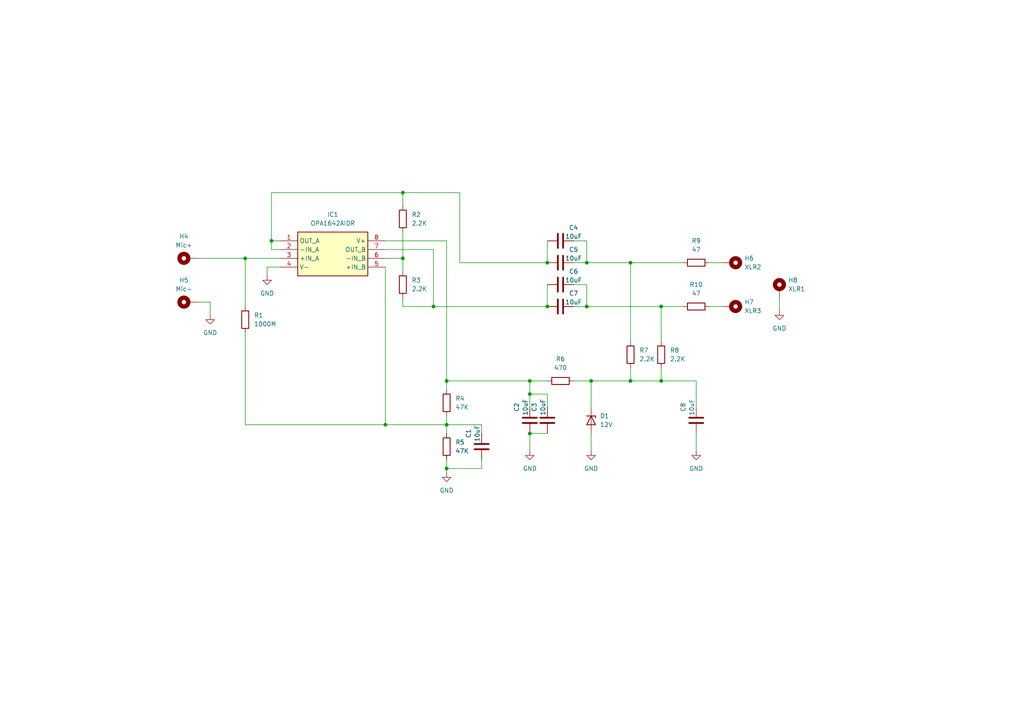
<source format=kicad_sch>
(kicad_sch
	(version 20231120)
	(generator "eeschema")
	(generator_version "8.0")
	(uuid "510e2801-2e2e-4d2c-b916-a4ab3be687f3")
	(paper "A4")
	(lib_symbols
		(symbol "Device:C"
			(pin_numbers hide)
			(pin_names
				(offset 0.254)
			)
			(exclude_from_sim no)
			(in_bom yes)
			(on_board yes)
			(property "Reference" "C"
				(at 0.635 2.54 0)
				(effects
					(font
						(size 1.27 1.27)
					)
					(justify left)
				)
			)
			(property "Value" "C"
				(at 0.635 -2.54 0)
				(effects
					(font
						(size 1.27 1.27)
					)
					(justify left)
				)
			)
			(property "Footprint" ""
				(at 0.9652 -3.81 0)
				(effects
					(font
						(size 1.27 1.27)
					)
					(hide yes)
				)
			)
			(property "Datasheet" "~"
				(at 0 0 0)
				(effects
					(font
						(size 1.27 1.27)
					)
					(hide yes)
				)
			)
			(property "Description" "Unpolarized capacitor"
				(at 0 0 0)
				(effects
					(font
						(size 1.27 1.27)
					)
					(hide yes)
				)
			)
			(property "ki_keywords" "cap capacitor"
				(at 0 0 0)
				(effects
					(font
						(size 1.27 1.27)
					)
					(hide yes)
				)
			)
			(property "ki_fp_filters" "C_*"
				(at 0 0 0)
				(effects
					(font
						(size 1.27 1.27)
					)
					(hide yes)
				)
			)
			(symbol "C_0_1"
				(polyline
					(pts
						(xy -2.032 -0.762) (xy 2.032 -0.762)
					)
					(stroke
						(width 0.508)
						(type default)
					)
					(fill
						(type none)
					)
				)
				(polyline
					(pts
						(xy -2.032 0.762) (xy 2.032 0.762)
					)
					(stroke
						(width 0.508)
						(type default)
					)
					(fill
						(type none)
					)
				)
			)
			(symbol "C_1_1"
				(pin passive line
					(at 0 3.81 270)
					(length 2.794)
					(name "~"
						(effects
							(font
								(size 1.27 1.27)
							)
						)
					)
					(number "1"
						(effects
							(font
								(size 1.27 1.27)
							)
						)
					)
				)
				(pin passive line
					(at 0 -3.81 90)
					(length 2.794)
					(name "~"
						(effects
							(font
								(size 1.27 1.27)
							)
						)
					)
					(number "2"
						(effects
							(font
								(size 1.27 1.27)
							)
						)
					)
				)
			)
		)
		(symbol "Device:D_Zener"
			(pin_numbers hide)
			(pin_names
				(offset 1.016) hide)
			(exclude_from_sim no)
			(in_bom yes)
			(on_board yes)
			(property "Reference" "D"
				(at 0 2.54 0)
				(effects
					(font
						(size 1.27 1.27)
					)
				)
			)
			(property "Value" "D_Zener"
				(at 0 -2.54 0)
				(effects
					(font
						(size 1.27 1.27)
					)
				)
			)
			(property "Footprint" ""
				(at 0 0 0)
				(effects
					(font
						(size 1.27 1.27)
					)
					(hide yes)
				)
			)
			(property "Datasheet" "~"
				(at 0 0 0)
				(effects
					(font
						(size 1.27 1.27)
					)
					(hide yes)
				)
			)
			(property "Description" "Zener diode"
				(at 0 0 0)
				(effects
					(font
						(size 1.27 1.27)
					)
					(hide yes)
				)
			)
			(property "ki_keywords" "diode"
				(at 0 0 0)
				(effects
					(font
						(size 1.27 1.27)
					)
					(hide yes)
				)
			)
			(property "ki_fp_filters" "TO-???* *_Diode_* *SingleDiode* D_*"
				(at 0 0 0)
				(effects
					(font
						(size 1.27 1.27)
					)
					(hide yes)
				)
			)
			(symbol "D_Zener_0_1"
				(polyline
					(pts
						(xy 1.27 0) (xy -1.27 0)
					)
					(stroke
						(width 0)
						(type default)
					)
					(fill
						(type none)
					)
				)
				(polyline
					(pts
						(xy -1.27 -1.27) (xy -1.27 1.27) (xy -0.762 1.27)
					)
					(stroke
						(width 0.254)
						(type default)
					)
					(fill
						(type none)
					)
				)
				(polyline
					(pts
						(xy 1.27 -1.27) (xy 1.27 1.27) (xy -1.27 0) (xy 1.27 -1.27)
					)
					(stroke
						(width 0.254)
						(type default)
					)
					(fill
						(type none)
					)
				)
			)
			(symbol "D_Zener_1_1"
				(pin passive line
					(at -3.81 0 0)
					(length 2.54)
					(name "K"
						(effects
							(font
								(size 1.27 1.27)
							)
						)
					)
					(number "1"
						(effects
							(font
								(size 1.27 1.27)
							)
						)
					)
				)
				(pin passive line
					(at 3.81 0 180)
					(length 2.54)
					(name "A"
						(effects
							(font
								(size 1.27 1.27)
							)
						)
					)
					(number "2"
						(effects
							(font
								(size 1.27 1.27)
							)
						)
					)
				)
			)
		)
		(symbol "Device:R"
			(pin_numbers hide)
			(pin_names
				(offset 0)
			)
			(exclude_from_sim no)
			(in_bom yes)
			(on_board yes)
			(property "Reference" "R"
				(at 2.032 0 90)
				(effects
					(font
						(size 1.27 1.27)
					)
				)
			)
			(property "Value" "R"
				(at 0 0 90)
				(effects
					(font
						(size 1.27 1.27)
					)
				)
			)
			(property "Footprint" ""
				(at -1.778 0 90)
				(effects
					(font
						(size 1.27 1.27)
					)
					(hide yes)
				)
			)
			(property "Datasheet" "~"
				(at 0 0 0)
				(effects
					(font
						(size 1.27 1.27)
					)
					(hide yes)
				)
			)
			(property "Description" "Resistor"
				(at 0 0 0)
				(effects
					(font
						(size 1.27 1.27)
					)
					(hide yes)
				)
			)
			(property "ki_keywords" "R res resistor"
				(at 0 0 0)
				(effects
					(font
						(size 1.27 1.27)
					)
					(hide yes)
				)
			)
			(property "ki_fp_filters" "R_*"
				(at 0 0 0)
				(effects
					(font
						(size 1.27 1.27)
					)
					(hide yes)
				)
			)
			(symbol "R_0_1"
				(rectangle
					(start -1.016 -2.54)
					(end 1.016 2.54)
					(stroke
						(width 0.254)
						(type default)
					)
					(fill
						(type none)
					)
				)
			)
			(symbol "R_1_1"
				(pin passive line
					(at 0 3.81 270)
					(length 1.27)
					(name "~"
						(effects
							(font
								(size 1.27 1.27)
							)
						)
					)
					(number "1"
						(effects
							(font
								(size 1.27 1.27)
							)
						)
					)
				)
				(pin passive line
					(at 0 -3.81 90)
					(length 1.27)
					(name "~"
						(effects
							(font
								(size 1.27 1.27)
							)
						)
					)
					(number "2"
						(effects
							(font
								(size 1.27 1.27)
							)
						)
					)
				)
			)
		)
		(symbol "Mechanical:MountingHole_Pad"
			(pin_numbers hide)
			(pin_names
				(offset 1.016) hide)
			(exclude_from_sim yes)
			(in_bom no)
			(on_board yes)
			(property "Reference" "H"
				(at 0 6.35 0)
				(effects
					(font
						(size 1.27 1.27)
					)
				)
			)
			(property "Value" "MountingHole_Pad"
				(at 0 4.445 0)
				(effects
					(font
						(size 1.27 1.27)
					)
				)
			)
			(property "Footprint" ""
				(at 0 0 0)
				(effects
					(font
						(size 1.27 1.27)
					)
					(hide yes)
				)
			)
			(property "Datasheet" "~"
				(at 0 0 0)
				(effects
					(font
						(size 1.27 1.27)
					)
					(hide yes)
				)
			)
			(property "Description" "Mounting Hole with connection"
				(at 0 0 0)
				(effects
					(font
						(size 1.27 1.27)
					)
					(hide yes)
				)
			)
			(property "ki_keywords" "mounting hole"
				(at 0 0 0)
				(effects
					(font
						(size 1.27 1.27)
					)
					(hide yes)
				)
			)
			(property "ki_fp_filters" "MountingHole*Pad*"
				(at 0 0 0)
				(effects
					(font
						(size 1.27 1.27)
					)
					(hide yes)
				)
			)
			(symbol "MountingHole_Pad_0_1"
				(circle
					(center 0 1.27)
					(radius 1.27)
					(stroke
						(width 1.27)
						(type default)
					)
					(fill
						(type none)
					)
				)
			)
			(symbol "MountingHole_Pad_1_1"
				(pin input line
					(at 0 -2.54 90)
					(length 2.54)
					(name "1"
						(effects
							(font
								(size 1.27 1.27)
							)
						)
					)
					(number "1"
						(effects
							(font
								(size 1.27 1.27)
							)
						)
					)
				)
			)
		)
		(symbol "Project_Library:OPA1642AIDR"
			(exclude_from_sim no)
			(in_bom yes)
			(on_board yes)
			(property "Reference" "IC"
				(at 26.67 7.62 0)
				(effects
					(font
						(size 1.27 1.27)
					)
					(justify left top)
				)
			)
			(property "Value" "OPA1642AIDR"
				(at 26.67 5.08 0)
				(effects
					(font
						(size 1.27 1.27)
					)
					(justify left top)
				)
			)
			(property "Footprint" "SOIC127P600X175-8N"
				(at 26.67 -94.92 0)
				(effects
					(font
						(size 1.27 1.27)
					)
					(justify left top)
					(hide yes)
				)
			)
			(property "Datasheet" "http://www.ti.com/lit/ds/symlink/opa1642.pdf"
				(at 26.67 -194.92 0)
				(effects
					(font
						(size 1.27 1.27)
					)
					(justify left top)
					(hide yes)
				)
			)
			(property "Description" "Dual sound-plus high-performance, JFET-input audio op amps"
				(at 0 0 0)
				(effects
					(font
						(size 1.27 1.27)
					)
					(hide yes)
				)
			)
			(property "Height" "1.75"
				(at 26.67 -394.92 0)
				(effects
					(font
						(size 1.27 1.27)
					)
					(justify left top)
					(hide yes)
				)
			)
			(property "Mouser Part Number" "595-OPA1642AIDR"
				(at 26.67 -494.92 0)
				(effects
					(font
						(size 1.27 1.27)
					)
					(justify left top)
					(hide yes)
				)
			)
			(property "Mouser Price/Stock" "https://www.mouser.co.uk/ProductDetail/Texas-Instruments/OPA1642AIDR?qs=%2Fqzd9s%252BcLd5XsvkIemKm8g%3D%3D"
				(at 26.67 -594.92 0)
				(effects
					(font
						(size 1.27 1.27)
					)
					(justify left top)
					(hide yes)
				)
			)
			(property "Manufacturer_Name" "Texas Instruments"
				(at 26.67 -694.92 0)
				(effects
					(font
						(size 1.27 1.27)
					)
					(justify left top)
					(hide yes)
				)
			)
			(property "Manufacturer_Part_Number" "OPA1642AIDR"
				(at 26.67 -794.92 0)
				(effects
					(font
						(size 1.27 1.27)
					)
					(justify left top)
					(hide yes)
				)
			)
			(symbol "OPA1642AIDR_1_1"
				(rectangle
					(start 5.08 2.54)
					(end 25.4 -10.16)
					(stroke
						(width 0.254)
						(type default)
					)
					(fill
						(type background)
					)
				)
				(pin passive line
					(at 0 0 0)
					(length 5.08)
					(name "OUT_A"
						(effects
							(font
								(size 1.27 1.27)
							)
						)
					)
					(number "1"
						(effects
							(font
								(size 1.27 1.27)
							)
						)
					)
				)
				(pin passive line
					(at 0 -2.54 0)
					(length 5.08)
					(name "-IN_A"
						(effects
							(font
								(size 1.27 1.27)
							)
						)
					)
					(number "2"
						(effects
							(font
								(size 1.27 1.27)
							)
						)
					)
				)
				(pin passive line
					(at 0 -5.08 0)
					(length 5.08)
					(name "+IN_A"
						(effects
							(font
								(size 1.27 1.27)
							)
						)
					)
					(number "3"
						(effects
							(font
								(size 1.27 1.27)
							)
						)
					)
				)
				(pin passive line
					(at 0 -7.62 0)
					(length 5.08)
					(name "V-"
						(effects
							(font
								(size 1.27 1.27)
							)
						)
					)
					(number "4"
						(effects
							(font
								(size 1.27 1.27)
							)
						)
					)
				)
				(pin passive line
					(at 30.48 -7.62 180)
					(length 5.08)
					(name "+IN_B"
						(effects
							(font
								(size 1.27 1.27)
							)
						)
					)
					(number "5"
						(effects
							(font
								(size 1.27 1.27)
							)
						)
					)
				)
				(pin passive line
					(at 30.48 -5.08 180)
					(length 5.08)
					(name "-IN_B"
						(effects
							(font
								(size 1.27 1.27)
							)
						)
					)
					(number "6"
						(effects
							(font
								(size 1.27 1.27)
							)
						)
					)
				)
				(pin passive line
					(at 30.48 -2.54 180)
					(length 5.08)
					(name "OUT_B"
						(effects
							(font
								(size 1.27 1.27)
							)
						)
					)
					(number "7"
						(effects
							(font
								(size 1.27 1.27)
							)
						)
					)
				)
				(pin passive line
					(at 30.48 0 180)
					(length 5.08)
					(name "V+"
						(effects
							(font
								(size 1.27 1.27)
							)
						)
					)
					(number "8"
						(effects
							(font
								(size 1.27 1.27)
							)
						)
					)
				)
			)
		)
		(symbol "power:GND"
			(power)
			(pin_numbers hide)
			(pin_names
				(offset 0) hide)
			(exclude_from_sim no)
			(in_bom yes)
			(on_board yes)
			(property "Reference" "#PWR"
				(at 0 -6.35 0)
				(effects
					(font
						(size 1.27 1.27)
					)
					(hide yes)
				)
			)
			(property "Value" "GND"
				(at 0 -3.81 0)
				(effects
					(font
						(size 1.27 1.27)
					)
				)
			)
			(property "Footprint" ""
				(at 0 0 0)
				(effects
					(font
						(size 1.27 1.27)
					)
					(hide yes)
				)
			)
			(property "Datasheet" ""
				(at 0 0 0)
				(effects
					(font
						(size 1.27 1.27)
					)
					(hide yes)
				)
			)
			(property "Description" "Power symbol creates a global label with name \"GND\" , ground"
				(at 0 0 0)
				(effects
					(font
						(size 1.27 1.27)
					)
					(hide yes)
				)
			)
			(property "ki_keywords" "global power"
				(at 0 0 0)
				(effects
					(font
						(size 1.27 1.27)
					)
					(hide yes)
				)
			)
			(symbol "GND_0_1"
				(polyline
					(pts
						(xy 0 0) (xy 0 -1.27) (xy 1.27 -1.27) (xy 0 -2.54) (xy -1.27 -1.27) (xy 0 -1.27)
					)
					(stroke
						(width 0)
						(type default)
					)
					(fill
						(type none)
					)
				)
			)
			(symbol "GND_1_1"
				(pin power_in line
					(at 0 0 270)
					(length 0)
					(name "~"
						(effects
							(font
								(size 1.27 1.27)
							)
						)
					)
					(number "1"
						(effects
							(font
								(size 1.27 1.27)
							)
						)
					)
				)
			)
		)
	)
	(junction
		(at 153.67 114.3)
		(diameter 0)
		(color 0 0 0 0)
		(uuid "01781a3b-a068-440d-8229-8318cb82b427")
	)
	(junction
		(at 170.18 76.2)
		(diameter 0)
		(color 0 0 0 0)
		(uuid "01c1470e-e4ff-4981-a8a9-d6ad380127fd")
	)
	(junction
		(at 129.54 135.89)
		(diameter 0)
		(color 0 0 0 0)
		(uuid "10ac1951-2229-464f-96e4-cb3750e96c3e")
	)
	(junction
		(at 158.75 88.9)
		(diameter 0)
		(color 0 0 0 0)
		(uuid "28362e92-6feb-4d19-8cc9-06855033b3a9")
	)
	(junction
		(at 111.76 123.19)
		(diameter 0)
		(color 0 0 0 0)
		(uuid "3b3543f5-439f-47b4-8974-8bbe9121a144")
	)
	(junction
		(at 170.18 88.9)
		(diameter 0)
		(color 0 0 0 0)
		(uuid "481bc1eb-66fb-4a22-9c45-e612fbfc2586")
	)
	(junction
		(at 158.75 76.2)
		(diameter 0)
		(color 0 0 0 0)
		(uuid "5409fe26-c699-43ec-8d1a-59cae102e526")
	)
	(junction
		(at 129.54 123.19)
		(diameter 0)
		(color 0 0 0 0)
		(uuid "67dab393-51b6-4d8a-8434-ff5ec2db49ef")
	)
	(junction
		(at 125.73 88.9)
		(diameter 0)
		(color 0 0 0 0)
		(uuid "78dd3fa3-2830-4d6c-851a-b1206887b2a7")
	)
	(junction
		(at 129.54 110.49)
		(diameter 0)
		(color 0 0 0 0)
		(uuid "7ac8ec81-0513-404a-9495-7ea59a5d0d26")
	)
	(junction
		(at 153.67 110.49)
		(diameter 0)
		(color 0 0 0 0)
		(uuid "9cfeeca4-59f5-44aa-9fdf-6d8690765b5f")
	)
	(junction
		(at 78.74 69.85)
		(diameter 0)
		(color 0 0 0 0)
		(uuid "a3c82e04-65a7-4f67-b888-36325ceccc06")
	)
	(junction
		(at 171.45 110.49)
		(diameter 0)
		(color 0 0 0 0)
		(uuid "a594ae93-7bfb-42ad-a179-71aa5bc2c2aa")
	)
	(junction
		(at 182.88 76.2)
		(diameter 0)
		(color 0 0 0 0)
		(uuid "ac3e33d6-eab7-480e-a778-b77c2564a8e0")
	)
	(junction
		(at 153.67 125.73)
		(diameter 0)
		(color 0 0 0 0)
		(uuid "ac418865-afdf-4d78-92f0-47749dae64dc")
	)
	(junction
		(at 116.84 74.93)
		(diameter 0)
		(color 0 0 0 0)
		(uuid "d8e206c2-0274-47e9-bc17-97c8d1d7cc50")
	)
	(junction
		(at 116.84 55.88)
		(diameter 0)
		(color 0 0 0 0)
		(uuid "f1276315-65c7-4a7a-af2a-cbafd8559688")
	)
	(junction
		(at 191.77 110.49)
		(diameter 0)
		(color 0 0 0 0)
		(uuid "f21c5aeb-c8fa-41dd-9ea6-fb0395b8d9aa")
	)
	(junction
		(at 71.12 74.93)
		(diameter 0)
		(color 0 0 0 0)
		(uuid "f513564b-869f-425d-aee3-c0daa54f0e87")
	)
	(junction
		(at 182.88 110.49)
		(diameter 0)
		(color 0 0 0 0)
		(uuid "f7408112-9e3d-4625-bee7-14f02e2c0612")
	)
	(junction
		(at 191.77 88.9)
		(diameter 0)
		(color 0 0 0 0)
		(uuid "fd02f905-62f3-423c-90f1-176944cc3509")
	)
	(wire
		(pts
			(xy 226.06 86.36) (xy 226.06 90.17)
		)
		(stroke
			(width 0)
			(type default)
		)
		(uuid "02e8ae0f-4c74-4743-bc75-5811f130d48d")
	)
	(wire
		(pts
			(xy 166.37 88.9) (xy 170.18 88.9)
		)
		(stroke
			(width 0)
			(type default)
		)
		(uuid "07d203ff-cc52-41dc-8f9d-6f8a4bb1d227")
	)
	(wire
		(pts
			(xy 133.35 55.88) (xy 133.35 76.2)
		)
		(stroke
			(width 0)
			(type default)
		)
		(uuid "0b163774-2d0c-4c49-ae61-734d23f60a0d")
	)
	(wire
		(pts
			(xy 71.12 74.93) (xy 81.28 74.93)
		)
		(stroke
			(width 0)
			(type default)
		)
		(uuid "0f149ef5-2f8f-48a9-9c38-4f12b505e75f")
	)
	(wire
		(pts
			(xy 171.45 110.49) (xy 171.45 118.11)
		)
		(stroke
			(width 0)
			(type default)
		)
		(uuid "1151d9c9-287b-4b39-8bad-4cc81701239a")
	)
	(wire
		(pts
			(xy 170.18 82.55) (xy 170.18 88.9)
		)
		(stroke
			(width 0)
			(type default)
		)
		(uuid "115a6cd8-55a6-4d93-96cd-0b5f2e0e8a33")
	)
	(wire
		(pts
			(xy 129.54 110.49) (xy 153.67 110.49)
		)
		(stroke
			(width 0)
			(type default)
		)
		(uuid "127992e3-025c-4dd2-bc36-500dacf9f29e")
	)
	(wire
		(pts
			(xy 191.77 88.9) (xy 198.12 88.9)
		)
		(stroke
			(width 0)
			(type default)
		)
		(uuid "12f46c8b-b84e-4851-89f4-196bc5498854")
	)
	(wire
		(pts
			(xy 77.47 77.47) (xy 77.47 80.01)
		)
		(stroke
			(width 0)
			(type default)
		)
		(uuid "1b86e6e5-ab60-40c2-9f7d-9ff9ab4a2555")
	)
	(wire
		(pts
			(xy 81.28 72.39) (xy 78.74 72.39)
		)
		(stroke
			(width 0)
			(type default)
		)
		(uuid "1ede3de2-dc58-479f-be3b-4ef2401a3993")
	)
	(wire
		(pts
			(xy 57.15 87.63) (xy 60.96 87.63)
		)
		(stroke
			(width 0)
			(type default)
		)
		(uuid "26054a44-8419-4544-bd97-ecf9e3aae8d0")
	)
	(wire
		(pts
			(xy 205.74 76.2) (xy 209.55 76.2)
		)
		(stroke
			(width 0)
			(type default)
		)
		(uuid "2650aa85-4fd2-4923-9860-886c463fea77")
	)
	(wire
		(pts
			(xy 129.54 120.65) (xy 129.54 123.19)
		)
		(stroke
			(width 0)
			(type default)
		)
		(uuid "2f9c6f71-16d1-403b-9f24-95fef0f718ce")
	)
	(wire
		(pts
			(xy 166.37 69.85) (xy 170.18 69.85)
		)
		(stroke
			(width 0)
			(type default)
		)
		(uuid "350c550f-5ef8-4e58-86e8-b46e0865d1e8")
	)
	(wire
		(pts
			(xy 158.75 82.55) (xy 158.75 88.9)
		)
		(stroke
			(width 0)
			(type default)
		)
		(uuid "35b45b18-fa19-4477-9fbb-38c3dd6625eb")
	)
	(wire
		(pts
			(xy 158.75 69.85) (xy 158.75 76.2)
		)
		(stroke
			(width 0)
			(type default)
		)
		(uuid "38151a24-d8e4-46a9-8018-f30865bfdaf8")
	)
	(wire
		(pts
			(xy 129.54 113.03) (xy 129.54 110.49)
		)
		(stroke
			(width 0)
			(type default)
		)
		(uuid "3a3c2927-f1fc-4131-b5bd-28e13e3f44a8")
	)
	(wire
		(pts
			(xy 129.54 123.19) (xy 129.54 125.73)
		)
		(stroke
			(width 0)
			(type default)
		)
		(uuid "3ccf00d6-f07d-4638-b9d7-bbf99e74589e")
	)
	(wire
		(pts
			(xy 78.74 69.85) (xy 78.74 72.39)
		)
		(stroke
			(width 0)
			(type default)
		)
		(uuid "42ec40d3-743e-4af6-b6bd-98ec03c45d2c")
	)
	(wire
		(pts
			(xy 111.76 123.19) (xy 71.12 123.19)
		)
		(stroke
			(width 0)
			(type default)
		)
		(uuid "44979d8e-9b89-4913-a4ad-fa03fd9ad7db")
	)
	(wire
		(pts
			(xy 78.74 55.88) (xy 116.84 55.88)
		)
		(stroke
			(width 0)
			(type default)
		)
		(uuid "44d9b90b-c723-4267-ac3e-6467742ffbd3")
	)
	(wire
		(pts
			(xy 133.35 76.2) (xy 158.75 76.2)
		)
		(stroke
			(width 0)
			(type default)
		)
		(uuid "4d3972bd-22e3-49f0-8898-6ea43378f3d6")
	)
	(wire
		(pts
			(xy 116.84 86.36) (xy 116.84 88.9)
		)
		(stroke
			(width 0)
			(type default)
		)
		(uuid "4d770ae2-0744-4656-95e4-dd45f21d279f")
	)
	(wire
		(pts
			(xy 166.37 82.55) (xy 170.18 82.55)
		)
		(stroke
			(width 0)
			(type default)
		)
		(uuid "510a7d6c-238a-4a50-b94c-3cace6e1416f")
	)
	(wire
		(pts
			(xy 125.73 88.9) (xy 158.75 88.9)
		)
		(stroke
			(width 0)
			(type default)
		)
		(uuid "5a4980b4-0d82-4993-9326-05f7a3b06851")
	)
	(wire
		(pts
			(xy 205.74 88.9) (xy 209.55 88.9)
		)
		(stroke
			(width 0)
			(type default)
		)
		(uuid "5ea49ae9-0bc7-458f-8c7e-2c33a11c5a1c")
	)
	(wire
		(pts
			(xy 139.7 123.19) (xy 129.54 123.19)
		)
		(stroke
			(width 0)
			(type default)
		)
		(uuid "60321055-7375-4d4f-b13b-c6e9f97a4798")
	)
	(wire
		(pts
			(xy 170.18 88.9) (xy 191.77 88.9)
		)
		(stroke
			(width 0)
			(type default)
		)
		(uuid "635712f6-0d4f-4bb1-9cdc-0432ad7e0625")
	)
	(wire
		(pts
			(xy 78.74 69.85) (xy 78.74 55.88)
		)
		(stroke
			(width 0)
			(type default)
		)
		(uuid "63670aaf-fdfd-455c-86e2-0546ff763f43")
	)
	(wire
		(pts
			(xy 116.84 55.88) (xy 133.35 55.88)
		)
		(stroke
			(width 0)
			(type default)
		)
		(uuid "68509d44-c864-41c8-8d25-c700a367f099")
	)
	(wire
		(pts
			(xy 182.88 76.2) (xy 198.12 76.2)
		)
		(stroke
			(width 0)
			(type default)
		)
		(uuid "6b3c3f62-be77-404a-afe9-4a34fe6af213")
	)
	(wire
		(pts
			(xy 129.54 110.49) (xy 129.54 69.85)
		)
		(stroke
			(width 0)
			(type default)
		)
		(uuid "701cd188-4ff5-4214-ab78-a955cb643294")
	)
	(wire
		(pts
			(xy 111.76 77.47) (xy 111.76 123.19)
		)
		(stroke
			(width 0)
			(type default)
		)
		(uuid "735ff4fd-f1af-4c7e-b298-bd4c3f3f5e8b")
	)
	(wire
		(pts
			(xy 166.37 76.2) (xy 170.18 76.2)
		)
		(stroke
			(width 0)
			(type default)
		)
		(uuid "755c3260-c884-4955-8068-bcba0133bed8")
	)
	(wire
		(pts
			(xy 170.18 69.85) (xy 170.18 76.2)
		)
		(stroke
			(width 0)
			(type default)
		)
		(uuid "780857a6-cc0b-420b-b0d9-2f9585f8b61d")
	)
	(wire
		(pts
			(xy 153.67 110.49) (xy 153.67 114.3)
		)
		(stroke
			(width 0)
			(type default)
		)
		(uuid "7a88211e-1938-4319-afe9-45d75a7f62a2")
	)
	(wire
		(pts
			(xy 170.18 76.2) (xy 182.88 76.2)
		)
		(stroke
			(width 0)
			(type default)
		)
		(uuid "7b1bf078-3ca0-44f5-9b60-351ce6c27df2")
	)
	(wire
		(pts
			(xy 201.93 125.73) (xy 201.93 130.81)
		)
		(stroke
			(width 0)
			(type default)
		)
		(uuid "7bde4229-c73c-467e-95ee-3e8b63342aff")
	)
	(wire
		(pts
			(xy 129.54 135.89) (xy 129.54 137.16)
		)
		(stroke
			(width 0)
			(type default)
		)
		(uuid "7cf487c7-e12e-407d-8a32-cbce91cf7641")
	)
	(wire
		(pts
			(xy 129.54 135.89) (xy 139.7 135.89)
		)
		(stroke
			(width 0)
			(type default)
		)
		(uuid "838fd2da-f8a4-4b7b-a54c-b53a8abd975e")
	)
	(wire
		(pts
			(xy 171.45 130.81) (xy 171.45 125.73)
		)
		(stroke
			(width 0)
			(type default)
		)
		(uuid "852ea85d-2a24-4c64-8d4d-df0be354873c")
	)
	(wire
		(pts
			(xy 116.84 74.93) (xy 116.84 78.74)
		)
		(stroke
			(width 0)
			(type default)
		)
		(uuid "8982108e-4f07-4f1a-9dd8-44c3c8aad372")
	)
	(wire
		(pts
			(xy 166.37 110.49) (xy 171.45 110.49)
		)
		(stroke
			(width 0)
			(type default)
		)
		(uuid "8f8cc749-fe15-4b16-972b-152b66e72a6c")
	)
	(wire
		(pts
			(xy 153.67 125.73) (xy 158.75 125.73)
		)
		(stroke
			(width 0)
			(type default)
		)
		(uuid "92dc5557-de28-4ae7-902b-5515ba6eb171")
	)
	(wire
		(pts
			(xy 78.74 69.85) (xy 81.28 69.85)
		)
		(stroke
			(width 0)
			(type default)
		)
		(uuid "9377de50-1675-45b0-93e4-9536230986a7")
	)
	(wire
		(pts
			(xy 153.67 114.3) (xy 153.67 118.11)
		)
		(stroke
			(width 0)
			(type default)
		)
		(uuid "9700870c-5f7f-4855-939f-3a04a82982a8")
	)
	(wire
		(pts
			(xy 60.96 91.44) (xy 60.96 87.63)
		)
		(stroke
			(width 0)
			(type default)
		)
		(uuid "97158e08-cd9d-49ab-bce2-958d345e09eb")
	)
	(wire
		(pts
			(xy 129.54 133.35) (xy 129.54 135.89)
		)
		(stroke
			(width 0)
			(type default)
		)
		(uuid "9b0e3f10-a7f1-4001-9849-dd1003ffc0fd")
	)
	(wire
		(pts
			(xy 71.12 74.93) (xy 71.12 88.9)
		)
		(stroke
			(width 0)
			(type default)
		)
		(uuid "9d3d01da-6306-43f1-b73e-bd49b477d31c")
	)
	(wire
		(pts
			(xy 77.47 77.47) (xy 81.28 77.47)
		)
		(stroke
			(width 0)
			(type default)
		)
		(uuid "a1fc45c2-9c43-4151-a7bc-7546c8cbed3c")
	)
	(wire
		(pts
			(xy 57.15 74.93) (xy 71.12 74.93)
		)
		(stroke
			(width 0)
			(type default)
		)
		(uuid "aa6d9468-bc19-4940-8726-4524f74224c6")
	)
	(wire
		(pts
			(xy 191.77 110.49) (xy 201.93 110.49)
		)
		(stroke
			(width 0)
			(type default)
		)
		(uuid "b19f66ee-0d65-423f-973d-7d82a0b7bc1e")
	)
	(wire
		(pts
			(xy 191.77 88.9) (xy 191.77 99.06)
		)
		(stroke
			(width 0)
			(type default)
		)
		(uuid "b301db51-29e1-4439-bdfa-c75738f1f806")
	)
	(wire
		(pts
			(xy 116.84 88.9) (xy 125.73 88.9)
		)
		(stroke
			(width 0)
			(type default)
		)
		(uuid "c0db01ea-0805-4e35-8270-afab83001b0a")
	)
	(wire
		(pts
			(xy 71.12 123.19) (xy 71.12 96.52)
		)
		(stroke
			(width 0)
			(type default)
		)
		(uuid "c808bc0b-9b2b-43d8-8660-ec22dba449a0")
	)
	(wire
		(pts
			(xy 139.7 133.35) (xy 139.7 135.89)
		)
		(stroke
			(width 0)
			(type default)
		)
		(uuid "cad6e26e-e345-4226-b067-59737553c1b8")
	)
	(wire
		(pts
			(xy 125.73 72.39) (xy 111.76 72.39)
		)
		(stroke
			(width 0)
			(type default)
		)
		(uuid "cb382906-8aa4-4809-93a7-725be85c42b2")
	)
	(wire
		(pts
			(xy 116.84 59.69) (xy 116.84 55.88)
		)
		(stroke
			(width 0)
			(type default)
		)
		(uuid "cd3e15b6-8dac-4da0-a89f-640b0e1d1f5b")
	)
	(wire
		(pts
			(xy 139.7 123.19) (xy 139.7 125.73)
		)
		(stroke
			(width 0)
			(type default)
		)
		(uuid "ce351720-39d1-415f-982a-ee7bcf99637a")
	)
	(wire
		(pts
			(xy 201.93 110.49) (xy 201.93 118.11)
		)
		(stroke
			(width 0)
			(type default)
		)
		(uuid "ce780671-ca53-431b-983e-ce69975470ae")
	)
	(wire
		(pts
			(xy 158.75 114.3) (xy 153.67 114.3)
		)
		(stroke
			(width 0)
			(type default)
		)
		(uuid "d14e44c9-8365-4732-afc0-d8dfc2dc8698")
	)
	(wire
		(pts
			(xy 111.76 74.93) (xy 116.84 74.93)
		)
		(stroke
			(width 0)
			(type default)
		)
		(uuid "d261bc7c-7d40-4c38-b2f0-98b32e656a07")
	)
	(wire
		(pts
			(xy 182.88 110.49) (xy 191.77 110.49)
		)
		(stroke
			(width 0)
			(type default)
		)
		(uuid "d41626cc-a254-44c1-8298-6b1a96da5085")
	)
	(wire
		(pts
			(xy 158.75 118.11) (xy 158.75 114.3)
		)
		(stroke
			(width 0)
			(type default)
		)
		(uuid "d47c8d4d-e57c-49ac-bb7e-32cc5b66c215")
	)
	(wire
		(pts
			(xy 129.54 69.85) (xy 111.76 69.85)
		)
		(stroke
			(width 0)
			(type default)
		)
		(uuid "d6e4dac8-c6c8-40b2-a0fa-98ab9cf3c215")
	)
	(wire
		(pts
			(xy 182.88 106.68) (xy 182.88 110.49)
		)
		(stroke
			(width 0)
			(type default)
		)
		(uuid "da1bc21a-12c6-4fce-b593-d78c191e47bd")
	)
	(wire
		(pts
			(xy 171.45 110.49) (xy 182.88 110.49)
		)
		(stroke
			(width 0)
			(type default)
		)
		(uuid "dad5c39d-93f9-4812-a870-d76c33eb513e")
	)
	(wire
		(pts
			(xy 153.67 125.73) (xy 153.67 130.81)
		)
		(stroke
			(width 0)
			(type default)
		)
		(uuid "ddca403a-d193-4835-887b-a50da0c7deb8")
	)
	(wire
		(pts
			(xy 182.88 76.2) (xy 182.88 99.06)
		)
		(stroke
			(width 0)
			(type default)
		)
		(uuid "e76feca1-bc99-4a28-ab76-e0b4d6c4fe70")
	)
	(wire
		(pts
			(xy 125.73 72.39) (xy 125.73 88.9)
		)
		(stroke
			(width 0)
			(type default)
		)
		(uuid "f00a7442-e612-4a54-9766-f80576e395f8")
	)
	(wire
		(pts
			(xy 116.84 67.31) (xy 116.84 74.93)
		)
		(stroke
			(width 0)
			(type default)
		)
		(uuid "f1d5659e-9ef1-424f-888f-30acae9bd4e4")
	)
	(wire
		(pts
			(xy 129.54 123.19) (xy 111.76 123.19)
		)
		(stroke
			(width 0)
			(type default)
		)
		(uuid "f2b0820b-81c7-4f49-83c6-05402c58e14c")
	)
	(wire
		(pts
			(xy 153.67 110.49) (xy 158.75 110.49)
		)
		(stroke
			(width 0)
			(type default)
		)
		(uuid "fb26ffcd-6278-4577-987c-8a58bad8edd0")
	)
	(wire
		(pts
			(xy 191.77 106.68) (xy 191.77 110.49)
		)
		(stroke
			(width 0)
			(type default)
		)
		(uuid "ffb1769e-964d-4fe6-b646-30f8bb2495bf")
	)
	(symbol
		(lib_id "Device:C")
		(at 153.67 121.92 180)
		(unit 1)
		(exclude_from_sim no)
		(in_bom yes)
		(on_board yes)
		(dnp no)
		(uuid "0e0565ff-8603-4b86-b06c-7d300122a3b1")
		(property "Reference" "C2"
			(at 149.86 118.11 90)
			(effects
				(font
					(size 1.27 1.27)
				)
			)
		)
		(property "Value" "10uF"
			(at 152.4 118.11 90)
			(effects
				(font
					(size 1.27 1.27)
				)
			)
		)
		(property "Footprint" "Capacitor_SMD:C_1206_3216Metric"
			(at 152.7048 118.11 0)
			(effects
				(font
					(size 1.27 1.27)
				)
				(hide yes)
			)
		)
		(property "Datasheet" "~"
			(at 153.67 121.92 0)
			(effects
				(font
					(size 1.27 1.27)
				)
				(hide yes)
			)
		)
		(property "Description" "Unpolarized capacitor"
			(at 153.67 121.92 0)
			(effects
				(font
					(size 1.27 1.27)
				)
				(hide yes)
			)
		)
		(pin "1"
			(uuid "635995d7-c835-420e-9478-1ab323323bf6")
		)
		(pin "2"
			(uuid "dcf28fb6-fc62-4659-9772-6dd3f1b2da6e")
		)
		(instances
			(project "AliceMini"
				(path "/510e2801-2e2e-4d2c-b916-a4ab3be687f3"
					(reference "C2")
					(unit 1)
				)
			)
		)
	)
	(symbol
		(lib_id "Device:C")
		(at 162.56 88.9 90)
		(unit 1)
		(exclude_from_sim no)
		(in_bom yes)
		(on_board yes)
		(dnp no)
		(uuid "0f4b8585-a0de-4898-bd61-8376a89752d7")
		(property "Reference" "C7"
			(at 166.37 85.09 90)
			(effects
				(font
					(size 1.27 1.27)
				)
			)
		)
		(property "Value" "10uF"
			(at 166.37 87.63 90)
			(effects
				(font
					(size 1.27 1.27)
				)
			)
		)
		(property "Footprint" "Capacitor_SMD:C_1206_3216Metric"
			(at 166.37 87.9348 0)
			(effects
				(font
					(size 1.27 1.27)
				)
				(hide yes)
			)
		)
		(property "Datasheet" "~"
			(at 162.56 88.9 0)
			(effects
				(font
					(size 1.27 1.27)
				)
				(hide yes)
			)
		)
		(property "Description" "Unpolarized capacitor"
			(at 162.56 88.9 0)
			(effects
				(font
					(size 1.27 1.27)
				)
				(hide yes)
			)
		)
		(pin "1"
			(uuid "cc29a582-8787-480e-93b9-4e1aab59bac0")
		)
		(pin "2"
			(uuid "cb760003-3900-449c-b19f-c15a9cc16a0a")
		)
		(instances
			(project "AliceMini"
				(path "/510e2801-2e2e-4d2c-b916-a4ab3be687f3"
					(reference "C7")
					(unit 1)
				)
			)
		)
	)
	(symbol
		(lib_id "Mechanical:MountingHole_Pad")
		(at 226.06 83.82 0)
		(unit 1)
		(exclude_from_sim yes)
		(in_bom no)
		(on_board yes)
		(dnp no)
		(fields_autoplaced yes)
		(uuid "128d175d-a159-4e32-be5f-7f0abc4e17e4")
		(property "Reference" "H8"
			(at 228.6 81.2799 0)
			(effects
				(font
					(size 1.27 1.27)
				)
				(justify left)
			)
		)
		(property "Value" "XLR1"
			(at 228.6 83.8199 0)
			(effects
				(font
					(size 1.27 1.27)
				)
				(justify left)
			)
		)
		(property "Footprint" "TestPoint:TestPoint_THTPad_2.0x2.0mm_Drill1.0mm"
			(at 226.06 83.82 0)
			(effects
				(font
					(size 1.27 1.27)
				)
				(hide yes)
			)
		)
		(property "Datasheet" "~"
			(at 226.06 83.82 0)
			(effects
				(font
					(size 1.27 1.27)
				)
				(hide yes)
			)
		)
		(property "Description" "Mounting Hole with connection"
			(at 226.06 83.82 0)
			(effects
				(font
					(size 1.27 1.27)
				)
				(hide yes)
			)
		)
		(pin "1"
			(uuid "479b7e39-9f7b-4f05-b36a-e12a36cd9bc5")
		)
		(instances
			(project "AliceMini"
				(path "/510e2801-2e2e-4d2c-b916-a4ab3be687f3"
					(reference "H8")
					(unit 1)
				)
			)
		)
	)
	(symbol
		(lib_id "Device:R")
		(at 129.54 116.84 0)
		(unit 1)
		(exclude_from_sim no)
		(in_bom yes)
		(on_board yes)
		(dnp no)
		(fields_autoplaced yes)
		(uuid "16cb6c53-e497-4c7a-9629-dbb7f2ab9a80")
		(property "Reference" "R4"
			(at 132.08 115.5699 0)
			(effects
				(font
					(size 1.27 1.27)
				)
				(justify left)
			)
		)
		(property "Value" "47K"
			(at 132.08 118.1099 0)
			(effects
				(font
					(size 1.27 1.27)
				)
				(justify left)
			)
		)
		(property "Footprint" "Resistor_SMD:R_0603_1608Metric"
			(at 127.762 116.84 90)
			(effects
				(font
					(size 1.27 1.27)
				)
				(hide yes)
			)
		)
		(property "Datasheet" "~"
			(at 129.54 116.84 0)
			(effects
				(font
					(size 1.27 1.27)
				)
				(hide yes)
			)
		)
		(property "Description" "Resistor"
			(at 129.54 116.84 0)
			(effects
				(font
					(size 1.27 1.27)
				)
				(hide yes)
			)
		)
		(pin "2"
			(uuid "e30038e3-ab78-4789-baed-0794fe0c274c")
		)
		(pin "1"
			(uuid "928dd00d-0669-429a-9674-3c835bc19a16")
		)
		(instances
			(project "AliceMini"
				(path "/510e2801-2e2e-4d2c-b916-a4ab3be687f3"
					(reference "R4")
					(unit 1)
				)
			)
		)
	)
	(symbol
		(lib_id "Mechanical:MountingHole_Pad")
		(at 54.61 74.93 90)
		(unit 1)
		(exclude_from_sim yes)
		(in_bom no)
		(on_board yes)
		(dnp no)
		(fields_autoplaced yes)
		(uuid "1987c55b-6181-4a44-813e-b80d9bea596f")
		(property "Reference" "H4"
			(at 53.34 68.58 90)
			(effects
				(font
					(size 1.27 1.27)
				)
			)
		)
		(property "Value" "Mic+"
			(at 53.34 71.12 90)
			(effects
				(font
					(size 1.27 1.27)
				)
			)
		)
		(property "Footprint" "TestPoint:TestPoint_THTPad_2.0x2.0mm_Drill1.0mm"
			(at 54.61 74.93 0)
			(effects
				(font
					(size 1.27 1.27)
				)
				(hide yes)
			)
		)
		(property "Datasheet" "~"
			(at 54.61 74.93 0)
			(effects
				(font
					(size 1.27 1.27)
				)
				(hide yes)
			)
		)
		(property "Description" "Mounting Hole with connection"
			(at 54.61 74.93 0)
			(effects
				(font
					(size 1.27 1.27)
				)
				(hide yes)
			)
		)
		(pin "1"
			(uuid "d5b7da83-aa4b-47bd-a304-aefe3e08a45e")
		)
		(instances
			(project "AliceMini"
				(path "/510e2801-2e2e-4d2c-b916-a4ab3be687f3"
					(reference "H4")
					(unit 1)
				)
			)
		)
	)
	(symbol
		(lib_id "Mechanical:MountingHole_Pad")
		(at 212.09 76.2 270)
		(unit 1)
		(exclude_from_sim yes)
		(in_bom no)
		(on_board yes)
		(dnp no)
		(fields_autoplaced yes)
		(uuid "1e56a957-4aed-4319-a7d7-9d271feec583")
		(property "Reference" "H6"
			(at 215.9 74.9299 90)
			(effects
				(font
					(size 1.27 1.27)
				)
				(justify left)
			)
		)
		(property "Value" "XLR2"
			(at 215.9 77.4699 90)
			(effects
				(font
					(size 1.27 1.27)
				)
				(justify left)
			)
		)
		(property "Footprint" "TestPoint:TestPoint_THTPad_2.0x2.0mm_Drill1.0mm"
			(at 212.09 76.2 0)
			(effects
				(font
					(size 1.27 1.27)
				)
				(hide yes)
			)
		)
		(property "Datasheet" "~"
			(at 212.09 76.2 0)
			(effects
				(font
					(size 1.27 1.27)
				)
				(hide yes)
			)
		)
		(property "Description" "Mounting Hole with connection"
			(at 212.09 76.2 0)
			(effects
				(font
					(size 1.27 1.27)
				)
				(hide yes)
			)
		)
		(pin "1"
			(uuid "7ee3f690-5e81-46df-9a6a-054e8792c9f9")
		)
		(instances
			(project "AliceMini"
				(path "/510e2801-2e2e-4d2c-b916-a4ab3be687f3"
					(reference "H6")
					(unit 1)
				)
			)
		)
	)
	(symbol
		(lib_id "power:GND")
		(at 129.54 137.16 0)
		(unit 1)
		(exclude_from_sim no)
		(in_bom yes)
		(on_board yes)
		(dnp no)
		(fields_autoplaced yes)
		(uuid "2e2612bc-cc38-4545-a877-80917d32544f")
		(property "Reference" "#PWR03"
			(at 129.54 143.51 0)
			(effects
				(font
					(size 1.27 1.27)
				)
				(hide yes)
			)
		)
		(property "Value" "GND"
			(at 129.54 142.24 0)
			(effects
				(font
					(size 1.27 1.27)
				)
			)
		)
		(property "Footprint" ""
			(at 129.54 137.16 0)
			(effects
				(font
					(size 1.27 1.27)
				)
				(hide yes)
			)
		)
		(property "Datasheet" ""
			(at 129.54 137.16 0)
			(effects
				(font
					(size 1.27 1.27)
				)
				(hide yes)
			)
		)
		(property "Description" "Power symbol creates a global label with name \"GND\" , ground"
			(at 129.54 137.16 0)
			(effects
				(font
					(size 1.27 1.27)
				)
				(hide yes)
			)
		)
		(pin "1"
			(uuid "a88d926a-420d-49e8-9a6b-08fed39c2bac")
		)
		(instances
			(project "AliceMini"
				(path "/510e2801-2e2e-4d2c-b916-a4ab3be687f3"
					(reference "#PWR03")
					(unit 1)
				)
			)
		)
	)
	(symbol
		(lib_id "power:GND")
		(at 226.06 90.17 0)
		(unit 1)
		(exclude_from_sim no)
		(in_bom yes)
		(on_board yes)
		(dnp no)
		(fields_autoplaced yes)
		(uuid "3be796e3-0f84-4816-a277-084aaa159726")
		(property "Reference" "#PWR07"
			(at 226.06 96.52 0)
			(effects
				(font
					(size 1.27 1.27)
				)
				(hide yes)
			)
		)
		(property "Value" "GND"
			(at 226.06 95.25 0)
			(effects
				(font
					(size 1.27 1.27)
				)
			)
		)
		(property "Footprint" ""
			(at 226.06 90.17 0)
			(effects
				(font
					(size 1.27 1.27)
				)
				(hide yes)
			)
		)
		(property "Datasheet" ""
			(at 226.06 90.17 0)
			(effects
				(font
					(size 1.27 1.27)
				)
				(hide yes)
			)
		)
		(property "Description" "Power symbol creates a global label with name \"GND\" , ground"
			(at 226.06 90.17 0)
			(effects
				(font
					(size 1.27 1.27)
				)
				(hide yes)
			)
		)
		(pin "1"
			(uuid "b9126c57-080c-4661-a663-5ca5e78fb7de")
		)
		(instances
			(project "AliceMini"
				(path "/510e2801-2e2e-4d2c-b916-a4ab3be687f3"
					(reference "#PWR07")
					(unit 1)
				)
			)
		)
	)
	(symbol
		(lib_id "Device:R")
		(at 71.12 92.71 0)
		(unit 1)
		(exclude_from_sim no)
		(in_bom yes)
		(on_board yes)
		(dnp no)
		(fields_autoplaced yes)
		(uuid "3eabb4d6-41d0-473e-b198-a56433e02a70")
		(property "Reference" "R1"
			(at 73.66 91.4399 0)
			(effects
				(font
					(size 1.27 1.27)
				)
				(justify left)
			)
		)
		(property "Value" "1000M"
			(at 73.66 93.9799 0)
			(effects
				(font
					(size 1.27 1.27)
				)
				(justify left)
			)
		)
		(property "Footprint" "Resistor_SMD:R_0805_2012Metric"
			(at 69.342 92.71 90)
			(effects
				(font
					(size 1.27 1.27)
				)
				(hide yes)
			)
		)
		(property "Datasheet" "~"
			(at 71.12 92.71 0)
			(effects
				(font
					(size 1.27 1.27)
				)
				(hide yes)
			)
		)
		(property "Description" "Resistor"
			(at 71.12 92.71 0)
			(effects
				(font
					(size 1.27 1.27)
				)
				(hide yes)
			)
		)
		(pin "1"
			(uuid "9b215464-8f4d-441b-8d00-258ab9598d6b")
		)
		(pin "2"
			(uuid "391dd9f3-c53d-4c6d-a73a-3c32a504082c")
		)
		(instances
			(project ""
				(path "/510e2801-2e2e-4d2c-b916-a4ab3be687f3"
					(reference "R1")
					(unit 1)
				)
			)
		)
	)
	(symbol
		(lib_id "Device:R")
		(at 116.84 63.5 180)
		(unit 1)
		(exclude_from_sim no)
		(in_bom yes)
		(on_board yes)
		(dnp no)
		(fields_autoplaced yes)
		(uuid "420e546e-faf4-4326-992a-f88ad9e7c767")
		(property "Reference" "R2"
			(at 119.38 62.2299 0)
			(effects
				(font
					(size 1.27 1.27)
				)
				(justify right)
			)
		)
		(property "Value" "2.2K"
			(at 119.38 64.7699 0)
			(effects
				(font
					(size 1.27 1.27)
				)
				(justify right)
			)
		)
		(property "Footprint" "Resistor_SMD:R_0603_1608Metric"
			(at 118.618 63.5 90)
			(effects
				(font
					(size 1.27 1.27)
				)
				(hide yes)
			)
		)
		(property "Datasheet" "~"
			(at 116.84 63.5 0)
			(effects
				(font
					(size 1.27 1.27)
				)
				(hide yes)
			)
		)
		(property "Description" "Resistor"
			(at 116.84 63.5 0)
			(effects
				(font
					(size 1.27 1.27)
				)
				(hide yes)
			)
		)
		(pin "2"
			(uuid "7db572fe-90d8-49b9-9230-de6edaa5bf66")
		)
		(pin "1"
			(uuid "7ec85fd0-e84e-4468-a7db-e8dd87eab6f5")
		)
		(instances
			(project ""
				(path "/510e2801-2e2e-4d2c-b916-a4ab3be687f3"
					(reference "R2")
					(unit 1)
				)
			)
		)
	)
	(symbol
		(lib_id "power:GND")
		(at 77.47 80.01 0)
		(unit 1)
		(exclude_from_sim no)
		(in_bom yes)
		(on_board yes)
		(dnp no)
		(fields_autoplaced yes)
		(uuid "4f588dd8-9b24-4005-bb72-750b05ae17b3")
		(property "Reference" "#PWR02"
			(at 77.47 86.36 0)
			(effects
				(font
					(size 1.27 1.27)
				)
				(hide yes)
			)
		)
		(property "Value" "GND"
			(at 77.47 85.09 0)
			(effects
				(font
					(size 1.27 1.27)
				)
			)
		)
		(property "Footprint" ""
			(at 77.47 80.01 0)
			(effects
				(font
					(size 1.27 1.27)
				)
				(hide yes)
			)
		)
		(property "Datasheet" ""
			(at 77.47 80.01 0)
			(effects
				(font
					(size 1.27 1.27)
				)
				(hide yes)
			)
		)
		(property "Description" "Power symbol creates a global label with name \"GND\" , ground"
			(at 77.47 80.01 0)
			(effects
				(font
					(size 1.27 1.27)
				)
				(hide yes)
			)
		)
		(pin "1"
			(uuid "7f98720e-30a7-4263-818a-7248fc035c9f")
		)
		(instances
			(project ""
				(path "/510e2801-2e2e-4d2c-b916-a4ab3be687f3"
					(reference "#PWR02")
					(unit 1)
				)
			)
		)
	)
	(symbol
		(lib_id "Device:R")
		(at 162.56 110.49 90)
		(unit 1)
		(exclude_from_sim no)
		(in_bom yes)
		(on_board yes)
		(dnp no)
		(fields_autoplaced yes)
		(uuid "4fef46d0-aa2e-46f7-affb-7cee919a62b7")
		(property "Reference" "R6"
			(at 162.56 104.14 90)
			(effects
				(font
					(size 1.27 1.27)
				)
			)
		)
		(property "Value" "470"
			(at 162.56 106.68 90)
			(effects
				(font
					(size 1.27 1.27)
				)
			)
		)
		(property "Footprint" "Resistor_SMD:R_0603_1608Metric"
			(at 162.56 112.268 90)
			(effects
				(font
					(size 1.27 1.27)
				)
				(hide yes)
			)
		)
		(property "Datasheet" "~"
			(at 162.56 110.49 0)
			(effects
				(font
					(size 1.27 1.27)
				)
				(hide yes)
			)
		)
		(property "Description" "Resistor"
			(at 162.56 110.49 0)
			(effects
				(font
					(size 1.27 1.27)
				)
				(hide yes)
			)
		)
		(pin "2"
			(uuid "5df67e8b-26f4-455f-9da7-d70988d2bdac")
		)
		(pin "1"
			(uuid "6013d640-92e3-4b73-86aa-f4dde94031dd")
		)
		(instances
			(project "AliceMini"
				(path "/510e2801-2e2e-4d2c-b916-a4ab3be687f3"
					(reference "R6")
					(unit 1)
				)
			)
		)
	)
	(symbol
		(lib_id "Project_Library:OPA1642AIDR")
		(at 81.28 69.85 0)
		(unit 1)
		(exclude_from_sim no)
		(in_bom yes)
		(on_board yes)
		(dnp no)
		(fields_autoplaced yes)
		(uuid "74c08014-e0ec-4b2e-bd2a-7d30b8ade6ff")
		(property "Reference" "IC1"
			(at 96.52 62.23 0)
			(effects
				(font
					(size 1.27 1.27)
				)
			)
		)
		(property "Value" "OPA1642AIDR"
			(at 96.52 64.77 0)
			(effects
				(font
					(size 1.27 1.27)
				)
			)
		)
		(property "Footprint" "Project_Library:SOIC127P600X175-8N"
			(at 107.95 164.77 0)
			(effects
				(font
					(size 1.27 1.27)
				)
				(justify left top)
				(hide yes)
			)
		)
		(property "Datasheet" "http://www.ti.com/lit/ds/symlink/opa1642.pdf"
			(at 107.95 264.77 0)
			(effects
				(font
					(size 1.27 1.27)
				)
				(justify left top)
				(hide yes)
			)
		)
		(property "Description" "Dual sound-plus high-performance, JFET-input audio op amps"
			(at 81.28 69.85 0)
			(effects
				(font
					(size 1.27 1.27)
				)
				(hide yes)
			)
		)
		(property "Height" "1.75"
			(at 107.95 464.77 0)
			(effects
				(font
					(size 1.27 1.27)
				)
				(justify left top)
				(hide yes)
			)
		)
		(property "Mouser Part Number" "595-OPA1642AIDR"
			(at 107.95 564.77 0)
			(effects
				(font
					(size 1.27 1.27)
				)
				(justify left top)
				(hide yes)
			)
		)
		(property "Mouser Price/Stock" "https://www.mouser.co.uk/ProductDetail/Texas-Instruments/OPA1642AIDR?qs=%2Fqzd9s%252BcLd5XsvkIemKm8g%3D%3D"
			(at 107.95 664.77 0)
			(effects
				(font
					(size 1.27 1.27)
				)
				(justify left top)
				(hide yes)
			)
		)
		(property "Manufacturer_Name" "Texas Instruments"
			(at 107.95 764.77 0)
			(effects
				(font
					(size 1.27 1.27)
				)
				(justify left top)
				(hide yes)
			)
		)
		(property "Manufacturer_Part_Number" "OPA1642AIDR"
			(at 107.95 864.77 0)
			(effects
				(font
					(size 1.27 1.27)
				)
				(justify left top)
				(hide yes)
			)
		)
		(pin "5"
			(uuid "275815a5-1413-4915-842e-4c0170852728")
		)
		(pin "6"
			(uuid "7bf584fe-b5dc-4eb3-a7e7-758b3eed977a")
		)
		(pin "7"
			(uuid "d860cda7-ff32-4500-a654-69fabd7457d0")
		)
		(pin "8"
			(uuid "49aa50c6-16bf-497c-ba9c-1957ab2775ca")
		)
		(pin "4"
			(uuid "97fd4c49-9378-4aba-ae10-b5d1c5868e5a")
		)
		(pin "3"
			(uuid "4e2cd446-e066-40e3-9a5b-5e39a5e88c70")
		)
		(pin "2"
			(uuid "a5484b91-4b54-4354-a822-e886efd1931c")
		)
		(pin "1"
			(uuid "34c8f0f3-d1c5-4cf0-98e6-ad0078597cd0")
		)
		(instances
			(project ""
				(path "/510e2801-2e2e-4d2c-b916-a4ab3be687f3"
					(reference "IC1")
					(unit 1)
				)
			)
		)
	)
	(symbol
		(lib_id "Device:C")
		(at 201.93 121.92 180)
		(unit 1)
		(exclude_from_sim no)
		(in_bom yes)
		(on_board yes)
		(dnp no)
		(uuid "77369da2-b85a-42e5-9c4e-b2c573b5126c")
		(property "Reference" "C8"
			(at 198.12 118.11 90)
			(effects
				(font
					(size 1.27 1.27)
				)
			)
		)
		(property "Value" "10uF"
			(at 200.66 118.11 90)
			(effects
				(font
					(size 1.27 1.27)
				)
			)
		)
		(property "Footprint" "Capacitor_SMD:C_1206_3216Metric"
			(at 200.9648 118.11 0)
			(effects
				(font
					(size 1.27 1.27)
				)
				(hide yes)
			)
		)
		(property "Datasheet" "~"
			(at 201.93 121.92 0)
			(effects
				(font
					(size 1.27 1.27)
				)
				(hide yes)
			)
		)
		(property "Description" "Unpolarized capacitor"
			(at 201.93 121.92 0)
			(effects
				(font
					(size 1.27 1.27)
				)
				(hide yes)
			)
		)
		(pin "1"
			(uuid "33b0fc2e-826b-4e9e-a191-61250f6b439e")
		)
		(pin "2"
			(uuid "509b33ce-0720-43af-9ef3-ffa1a2ee494e")
		)
		(instances
			(project "AliceMini"
				(path "/510e2801-2e2e-4d2c-b916-a4ab3be687f3"
					(reference "C8")
					(unit 1)
				)
			)
		)
	)
	(symbol
		(lib_id "Device:C")
		(at 158.75 121.92 180)
		(unit 1)
		(exclude_from_sim no)
		(in_bom yes)
		(on_board yes)
		(dnp no)
		(uuid "8119bd9a-3d27-4fa6-9e53-14d6292d9ec4")
		(property "Reference" "C3"
			(at 154.94 118.11 90)
			(effects
				(font
					(size 1.27 1.27)
				)
			)
		)
		(property "Value" "10uF"
			(at 157.48 118.11 90)
			(effects
				(font
					(size 1.27 1.27)
				)
			)
		)
		(property "Footprint" "Capacitor_SMD:C_1206_3216Metric"
			(at 157.7848 118.11 0)
			(effects
				(font
					(size 1.27 1.27)
				)
				(hide yes)
			)
		)
		(property "Datasheet" "~"
			(at 158.75 121.92 0)
			(effects
				(font
					(size 1.27 1.27)
				)
				(hide yes)
			)
		)
		(property "Description" "Unpolarized capacitor"
			(at 158.75 121.92 0)
			(effects
				(font
					(size 1.27 1.27)
				)
				(hide yes)
			)
		)
		(pin "1"
			(uuid "4d85b524-405a-422b-8bb0-ea56b14b7e75")
		)
		(pin "2"
			(uuid "4801122e-e014-4b3f-aca6-384b93fa55a0")
		)
		(instances
			(project "AliceMini"
				(path "/510e2801-2e2e-4d2c-b916-a4ab3be687f3"
					(reference "C3")
					(unit 1)
				)
			)
		)
	)
	(symbol
		(lib_id "power:GND")
		(at 60.96 91.44 0)
		(unit 1)
		(exclude_from_sim no)
		(in_bom yes)
		(on_board yes)
		(dnp no)
		(fields_autoplaced yes)
		(uuid "83f2e8c5-17a8-4e01-83a1-0aaa482f13a8")
		(property "Reference" "#PWR01"
			(at 60.96 97.79 0)
			(effects
				(font
					(size 1.27 1.27)
				)
				(hide yes)
			)
		)
		(property "Value" "GND"
			(at 60.96 96.52 0)
			(effects
				(font
					(size 1.27 1.27)
				)
			)
		)
		(property "Footprint" ""
			(at 60.96 91.44 0)
			(effects
				(font
					(size 1.27 1.27)
				)
				(hide yes)
			)
		)
		(property "Datasheet" ""
			(at 60.96 91.44 0)
			(effects
				(font
					(size 1.27 1.27)
				)
				(hide yes)
			)
		)
		(property "Description" "Power symbol creates a global label with name \"GND\" , ground"
			(at 60.96 91.44 0)
			(effects
				(font
					(size 1.27 1.27)
				)
				(hide yes)
			)
		)
		(pin "1"
			(uuid "e6005b0b-e7d9-493f-b326-e8f37fa2323e")
		)
		(instances
			(project "AliceMini"
				(path "/510e2801-2e2e-4d2c-b916-a4ab3be687f3"
					(reference "#PWR01")
					(unit 1)
				)
			)
		)
	)
	(symbol
		(lib_id "power:GND")
		(at 171.45 130.81 0)
		(unit 1)
		(exclude_from_sim no)
		(in_bom yes)
		(on_board yes)
		(dnp no)
		(fields_autoplaced yes)
		(uuid "8e1af4e2-41fc-4ea2-89cd-881799d91ddb")
		(property "Reference" "#PWR05"
			(at 171.45 137.16 0)
			(effects
				(font
					(size 1.27 1.27)
				)
				(hide yes)
			)
		)
		(property "Value" "GND"
			(at 171.45 135.89 0)
			(effects
				(font
					(size 1.27 1.27)
				)
			)
		)
		(property "Footprint" ""
			(at 171.45 130.81 0)
			(effects
				(font
					(size 1.27 1.27)
				)
				(hide yes)
			)
		)
		(property "Datasheet" ""
			(at 171.45 130.81 0)
			(effects
				(font
					(size 1.27 1.27)
				)
				(hide yes)
			)
		)
		(property "Description" "Power symbol creates a global label with name \"GND\" , ground"
			(at 171.45 130.81 0)
			(effects
				(font
					(size 1.27 1.27)
				)
				(hide yes)
			)
		)
		(pin "1"
			(uuid "773f402f-e959-41d4-ac32-bf06577c2dfe")
		)
		(instances
			(project "AliceMini"
				(path "/510e2801-2e2e-4d2c-b916-a4ab3be687f3"
					(reference "#PWR05")
					(unit 1)
				)
			)
		)
	)
	(symbol
		(lib_id "power:GND")
		(at 201.93 130.81 0)
		(unit 1)
		(exclude_from_sim no)
		(in_bom yes)
		(on_board yes)
		(dnp no)
		(fields_autoplaced yes)
		(uuid "968f8dda-be13-4cea-9f48-8a8cb6efa170")
		(property "Reference" "#PWR06"
			(at 201.93 137.16 0)
			(effects
				(font
					(size 1.27 1.27)
				)
				(hide yes)
			)
		)
		(property "Value" "GND"
			(at 201.93 135.89 0)
			(effects
				(font
					(size 1.27 1.27)
				)
			)
		)
		(property "Footprint" ""
			(at 201.93 130.81 0)
			(effects
				(font
					(size 1.27 1.27)
				)
				(hide yes)
			)
		)
		(property "Datasheet" ""
			(at 201.93 130.81 0)
			(effects
				(font
					(size 1.27 1.27)
				)
				(hide yes)
			)
		)
		(property "Description" "Power symbol creates a global label with name \"GND\" , ground"
			(at 201.93 130.81 0)
			(effects
				(font
					(size 1.27 1.27)
				)
				(hide yes)
			)
		)
		(pin "1"
			(uuid "cc3bfc8e-fabe-4d67-815b-9878de9fb94c")
		)
		(instances
			(project "AliceMini"
				(path "/510e2801-2e2e-4d2c-b916-a4ab3be687f3"
					(reference "#PWR06")
					(unit 1)
				)
			)
		)
	)
	(symbol
		(lib_id "Device:R")
		(at 116.84 82.55 0)
		(unit 1)
		(exclude_from_sim no)
		(in_bom yes)
		(on_board yes)
		(dnp no)
		(fields_autoplaced yes)
		(uuid "9bbef9b4-42a7-4ddf-8b76-1ab1fa6ce16f")
		(property "Reference" "R3"
			(at 119.38 81.2799 0)
			(effects
				(font
					(size 1.27 1.27)
				)
				(justify left)
			)
		)
		(property "Value" "2.2K"
			(at 119.38 83.8199 0)
			(effects
				(font
					(size 1.27 1.27)
				)
				(justify left)
			)
		)
		(property "Footprint" "Resistor_SMD:R_0603_1608Metric"
			(at 115.062 82.55 90)
			(effects
				(font
					(size 1.27 1.27)
				)
				(hide yes)
			)
		)
		(property "Datasheet" "~"
			(at 116.84 82.55 0)
			(effects
				(font
					(size 1.27 1.27)
				)
				(hide yes)
			)
		)
		(property "Description" "Resistor"
			(at 116.84 82.55 0)
			(effects
				(font
					(size 1.27 1.27)
				)
				(hide yes)
			)
		)
		(pin "2"
			(uuid "7d908784-83d9-477c-a442-c6c50b8e02a2")
		)
		(pin "1"
			(uuid "cd32a785-2b88-41d3-91b1-4ade36203522")
		)
		(instances
			(project ""
				(path "/510e2801-2e2e-4d2c-b916-a4ab3be687f3"
					(reference "R3")
					(unit 1)
				)
			)
		)
	)
	(symbol
		(lib_id "Device:C")
		(at 162.56 69.85 90)
		(unit 1)
		(exclude_from_sim no)
		(in_bom yes)
		(on_board yes)
		(dnp no)
		(uuid "a2517a8c-7ad8-4088-bc68-3c51ce526424")
		(property "Reference" "C4"
			(at 166.37 66.04 90)
			(effects
				(font
					(size 1.27 1.27)
				)
			)
		)
		(property "Value" "10uF"
			(at 166.37 68.58 90)
			(effects
				(font
					(size 1.27 1.27)
				)
			)
		)
		(property "Footprint" "Capacitor_SMD:C_1206_3216Metric"
			(at 166.37 68.8848 0)
			(effects
				(font
					(size 1.27 1.27)
				)
				(hide yes)
			)
		)
		(property "Datasheet" "~"
			(at 162.56 69.85 0)
			(effects
				(font
					(size 1.27 1.27)
				)
				(hide yes)
			)
		)
		(property "Description" "Unpolarized capacitor"
			(at 162.56 69.85 0)
			(effects
				(font
					(size 1.27 1.27)
				)
				(hide yes)
			)
		)
		(pin "1"
			(uuid "72fb1765-bb1e-440b-b174-9bfd2abbcb1b")
		)
		(pin "2"
			(uuid "5fcfc6ee-ad38-4022-b2b7-a856b75427e3")
		)
		(instances
			(project ""
				(path "/510e2801-2e2e-4d2c-b916-a4ab3be687f3"
					(reference "C4")
					(unit 1)
				)
			)
		)
	)
	(symbol
		(lib_id "Device:R")
		(at 191.77 102.87 0)
		(unit 1)
		(exclude_from_sim no)
		(in_bom yes)
		(on_board yes)
		(dnp no)
		(fields_autoplaced yes)
		(uuid "a629e753-7857-4c10-9719-0af2cdf67176")
		(property "Reference" "R8"
			(at 194.31 101.5999 0)
			(effects
				(font
					(size 1.27 1.27)
				)
				(justify left)
			)
		)
		(property "Value" "2.2K"
			(at 194.31 104.1399 0)
			(effects
				(font
					(size 1.27 1.27)
				)
				(justify left)
			)
		)
		(property "Footprint" "Resistor_SMD:R_0603_1608Metric"
			(at 189.992 102.87 90)
			(effects
				(font
					(size 1.27 1.27)
				)
				(hide yes)
			)
		)
		(property "Datasheet" "~"
			(at 191.77 102.87 0)
			(effects
				(font
					(size 1.27 1.27)
				)
				(hide yes)
			)
		)
		(property "Description" "Resistor"
			(at 191.77 102.87 0)
			(effects
				(font
					(size 1.27 1.27)
				)
				(hide yes)
			)
		)
		(pin "1"
			(uuid "b1bbac68-3c5e-4c77-a2e9-945333d9902e")
		)
		(pin "2"
			(uuid "13ba1e99-20e4-4ab2-b468-65168dbdb00d")
		)
		(instances
			(project "AliceMini"
				(path "/510e2801-2e2e-4d2c-b916-a4ab3be687f3"
					(reference "R8")
					(unit 1)
				)
			)
		)
	)
	(symbol
		(lib_id "Device:C")
		(at 162.56 82.55 90)
		(unit 1)
		(exclude_from_sim no)
		(in_bom yes)
		(on_board yes)
		(dnp no)
		(uuid "ab132354-f8f5-427b-87e8-3bfa9ea87a33")
		(property "Reference" "C6"
			(at 166.37 78.74 90)
			(effects
				(font
					(size 1.27 1.27)
				)
			)
		)
		(property "Value" "10uF"
			(at 166.37 81.28 90)
			(effects
				(font
					(size 1.27 1.27)
				)
			)
		)
		(property "Footprint" "Capacitor_SMD:C_1206_3216Metric"
			(at 166.37 81.5848 0)
			(effects
				(font
					(size 1.27 1.27)
				)
				(hide yes)
			)
		)
		(property "Datasheet" "~"
			(at 162.56 82.55 0)
			(effects
				(font
					(size 1.27 1.27)
				)
				(hide yes)
			)
		)
		(property "Description" "Unpolarized capacitor"
			(at 162.56 82.55 0)
			(effects
				(font
					(size 1.27 1.27)
				)
				(hide yes)
			)
		)
		(pin "1"
			(uuid "5b450cc2-db42-4506-b094-cfaddd0c74b3")
		)
		(pin "2"
			(uuid "b3b8ea44-9e87-463e-adbc-16da6407d9ef")
		)
		(instances
			(project "AliceMini"
				(path "/510e2801-2e2e-4d2c-b916-a4ab3be687f3"
					(reference "C6")
					(unit 1)
				)
			)
		)
	)
	(symbol
		(lib_id "power:GND")
		(at 153.67 130.81 0)
		(unit 1)
		(exclude_from_sim no)
		(in_bom yes)
		(on_board yes)
		(dnp no)
		(fields_autoplaced yes)
		(uuid "b2f2773d-2b61-44fd-b4fa-e4b9cfa8ec9d")
		(property "Reference" "#PWR04"
			(at 153.67 137.16 0)
			(effects
				(font
					(size 1.27 1.27)
				)
				(hide yes)
			)
		)
		(property "Value" "GND"
			(at 153.67 135.89 0)
			(effects
				(font
					(size 1.27 1.27)
				)
			)
		)
		(property "Footprint" ""
			(at 153.67 130.81 0)
			(effects
				(font
					(size 1.27 1.27)
				)
				(hide yes)
			)
		)
		(property "Datasheet" ""
			(at 153.67 130.81 0)
			(effects
				(font
					(size 1.27 1.27)
				)
				(hide yes)
			)
		)
		(property "Description" "Power symbol creates a global label with name \"GND\" , ground"
			(at 153.67 130.81 0)
			(effects
				(font
					(size 1.27 1.27)
				)
				(hide yes)
			)
		)
		(pin "1"
			(uuid "05416c3f-693d-4856-93aa-f4fe1f5ea76a")
		)
		(instances
			(project "AliceMini"
				(path "/510e2801-2e2e-4d2c-b916-a4ab3be687f3"
					(reference "#PWR04")
					(unit 1)
				)
			)
		)
	)
	(symbol
		(lib_id "Device:R")
		(at 129.54 129.54 0)
		(unit 1)
		(exclude_from_sim no)
		(in_bom yes)
		(on_board yes)
		(dnp no)
		(fields_autoplaced yes)
		(uuid "b71e23f2-89e9-4ead-8a2b-80bb05972f83")
		(property "Reference" "R5"
			(at 132.08 128.2699 0)
			(effects
				(font
					(size 1.27 1.27)
				)
				(justify left)
			)
		)
		(property "Value" "47K"
			(at 132.08 130.8099 0)
			(effects
				(font
					(size 1.27 1.27)
				)
				(justify left)
			)
		)
		(property "Footprint" "Resistor_SMD:R_0603_1608Metric"
			(at 127.762 129.54 90)
			(effects
				(font
					(size 1.27 1.27)
				)
				(hide yes)
			)
		)
		(property "Datasheet" "~"
			(at 129.54 129.54 0)
			(effects
				(font
					(size 1.27 1.27)
				)
				(hide yes)
			)
		)
		(property "Description" "Resistor"
			(at 129.54 129.54 0)
			(effects
				(font
					(size 1.27 1.27)
				)
				(hide yes)
			)
		)
		(pin "1"
			(uuid "9faec34b-ac57-4148-a960-b305eae19c11")
		)
		(pin "2"
			(uuid "6d3cb1b2-a347-4819-81b2-bc71238b2b07")
		)
		(instances
			(project "AliceMini"
				(path "/510e2801-2e2e-4d2c-b916-a4ab3be687f3"
					(reference "R5")
					(unit 1)
				)
			)
		)
	)
	(symbol
		(lib_id "Device:D_Zener")
		(at 171.45 121.92 270)
		(unit 1)
		(exclude_from_sim no)
		(in_bom yes)
		(on_board yes)
		(dnp no)
		(fields_autoplaced yes)
		(uuid "b8f5734c-31cf-47c6-8d5c-cb2a005f3232")
		(property "Reference" "D1"
			(at 173.99 120.6499 90)
			(effects
				(font
					(size 1.27 1.27)
				)
				(justify left)
			)
		)
		(property "Value" "12V"
			(at 173.99 123.1899 90)
			(effects
				(font
					(size 1.27 1.27)
				)
				(justify left)
			)
		)
		(property "Footprint" "Diode_SMD:D_SOD-123"
			(at 171.45 121.92 0)
			(effects
				(font
					(size 1.27 1.27)
				)
				(hide yes)
			)
		)
		(property "Datasheet" "~"
			(at 171.45 121.92 0)
			(effects
				(font
					(size 1.27 1.27)
				)
				(hide yes)
			)
		)
		(property "Description" "MMSZ4699-HE3_A-08"
			(at 171.45 121.92 0)
			(effects
				(font
					(size 1.27 1.27)
				)
				(hide yes)
			)
		)
		(pin "2"
			(uuid "5603d380-b27f-4f94-8565-52159281f752")
		)
		(pin "1"
			(uuid "1ca66665-7e3a-4a3e-840b-1c5fb77d9d85")
		)
		(instances
			(project "AliceMini"
				(path "/510e2801-2e2e-4d2c-b916-a4ab3be687f3"
					(reference "D1")
					(unit 1)
				)
			)
		)
	)
	(symbol
		(lib_id "Mechanical:MountingHole_Pad")
		(at 54.61 87.63 90)
		(unit 1)
		(exclude_from_sim yes)
		(in_bom no)
		(on_board yes)
		(dnp no)
		(fields_autoplaced yes)
		(uuid "bac33c1d-ed28-4057-a85a-ea5ff2ba6280")
		(property "Reference" "H5"
			(at 53.34 81.28 90)
			(effects
				(font
					(size 1.27 1.27)
				)
			)
		)
		(property "Value" "Mic-"
			(at 53.34 83.82 90)
			(effects
				(font
					(size 1.27 1.27)
				)
			)
		)
		(property "Footprint" "TestPoint:TestPoint_THTPad_2.0x2.0mm_Drill1.0mm"
			(at 54.61 87.63 0)
			(effects
				(font
					(size 1.27 1.27)
				)
				(hide yes)
			)
		)
		(property "Datasheet" "~"
			(at 54.61 87.63 0)
			(effects
				(font
					(size 1.27 1.27)
				)
				(hide yes)
			)
		)
		(property "Description" "Mounting Hole with connection"
			(at 54.61 87.63 0)
			(effects
				(font
					(size 1.27 1.27)
				)
				(hide yes)
			)
		)
		(pin "1"
			(uuid "b4c109c1-fa0f-4364-b73a-29fafa6f1a0d")
		)
		(instances
			(project "AliceMini"
				(path "/510e2801-2e2e-4d2c-b916-a4ab3be687f3"
					(reference "H5")
					(unit 1)
				)
			)
		)
	)
	(symbol
		(lib_id "Device:R")
		(at 182.88 102.87 0)
		(unit 1)
		(exclude_from_sim no)
		(in_bom yes)
		(on_board yes)
		(dnp no)
		(fields_autoplaced yes)
		(uuid "bc56fc84-3181-46dc-bcc7-180fa2773286")
		(property "Reference" "R7"
			(at 185.42 101.5999 0)
			(effects
				(font
					(size 1.27 1.27)
				)
				(justify left)
			)
		)
		(property "Value" "2.2K"
			(at 185.42 104.1399 0)
			(effects
				(font
					(size 1.27 1.27)
				)
				(justify left)
			)
		)
		(property "Footprint" "Resistor_SMD:R_0603_1608Metric"
			(at 181.102 102.87 90)
			(effects
				(font
					(size 1.27 1.27)
				)
				(hide yes)
			)
		)
		(property "Datasheet" "~"
			(at 182.88 102.87 0)
			(effects
				(font
					(size 1.27 1.27)
				)
				(hide yes)
			)
		)
		(property "Description" "Resistor"
			(at 182.88 102.87 0)
			(effects
				(font
					(size 1.27 1.27)
				)
				(hide yes)
			)
		)
		(pin "1"
			(uuid "8e37f62a-a330-4b72-9f96-a779ecc7b18a")
		)
		(pin "2"
			(uuid "e95b1919-cc8b-42e1-9a86-2c6b6d41ceba")
		)
		(instances
			(project "AliceMini"
				(path "/510e2801-2e2e-4d2c-b916-a4ab3be687f3"
					(reference "R7")
					(unit 1)
				)
			)
		)
	)
	(symbol
		(lib_id "Device:R")
		(at 201.93 88.9 90)
		(unit 1)
		(exclude_from_sim no)
		(in_bom yes)
		(on_board yes)
		(dnp no)
		(uuid "c341d7ee-3aa6-4927-8edc-36d2fcde9a09")
		(property "Reference" "R10"
			(at 201.93 82.55 90)
			(effects
				(font
					(size 1.27 1.27)
				)
			)
		)
		(property "Value" "47"
			(at 201.93 85.09 90)
			(effects
				(font
					(size 1.27 1.27)
				)
			)
		)
		(property "Footprint" "Resistor_SMD:R_0603_1608Metric"
			(at 201.93 90.678 90)
			(effects
				(font
					(size 1.27 1.27)
				)
				(hide yes)
			)
		)
		(property "Datasheet" "~"
			(at 201.93 88.9 0)
			(effects
				(font
					(size 1.27 1.27)
				)
				(hide yes)
			)
		)
		(property "Description" "Resistor"
			(at 201.93 88.9 0)
			(effects
				(font
					(size 1.27 1.27)
				)
				(hide yes)
			)
		)
		(pin "1"
			(uuid "28b7758a-e59e-4960-ae70-8752b157aeea")
		)
		(pin "2"
			(uuid "47b43a33-9dd4-4db3-9af3-5d2a2f381594")
		)
		(instances
			(project "AliceMini"
				(path "/510e2801-2e2e-4d2c-b916-a4ab3be687f3"
					(reference "R10")
					(unit 1)
				)
			)
		)
	)
	(symbol
		(lib_id "Device:C")
		(at 139.7 129.54 180)
		(unit 1)
		(exclude_from_sim no)
		(in_bom yes)
		(on_board yes)
		(dnp no)
		(uuid "c84f4ce6-8a59-4caf-ab2d-e17b96b2793a")
		(property "Reference" "C1"
			(at 135.89 125.73 90)
			(effects
				(font
					(size 1.27 1.27)
				)
			)
		)
		(property "Value" "10uF"
			(at 138.43 125.73 90)
			(effects
				(font
					(size 1.27 1.27)
				)
			)
		)
		(property "Footprint" "Capacitor_SMD:C_1206_3216Metric"
			(at 138.7348 125.73 0)
			(effects
				(font
					(size 1.27 1.27)
				)
				(hide yes)
			)
		)
		(property "Datasheet" "~"
			(at 139.7 129.54 0)
			(effects
				(font
					(size 1.27 1.27)
				)
				(hide yes)
			)
		)
		(property "Description" "Unpolarized capacitor"
			(at 139.7 129.54 0)
			(effects
				(font
					(size 1.27 1.27)
				)
				(hide yes)
			)
		)
		(pin "1"
			(uuid "8bcab4c6-7ead-4093-8efb-659b9e9e90b1")
		)
		(pin "2"
			(uuid "964b7f7d-27d3-4926-8b14-9c6bf7950b56")
		)
		(instances
			(project "AliceMini"
				(path "/510e2801-2e2e-4d2c-b916-a4ab3be687f3"
					(reference "C1")
					(unit 1)
				)
			)
		)
	)
	(symbol
		(lib_id "Device:R")
		(at 201.93 76.2 90)
		(unit 1)
		(exclude_from_sim no)
		(in_bom yes)
		(on_board yes)
		(dnp no)
		(fields_autoplaced yes)
		(uuid "cfc45d5f-1a54-4df6-91aa-469204824c24")
		(property "Reference" "R9"
			(at 201.93 69.85 90)
			(effects
				(font
					(size 1.27 1.27)
				)
			)
		)
		(property "Value" "47"
			(at 201.93 72.39 90)
			(effects
				(font
					(size 1.27 1.27)
				)
			)
		)
		(property "Footprint" "Resistor_SMD:R_0603_1608Metric"
			(at 201.93 77.978 90)
			(effects
				(font
					(size 1.27 1.27)
				)
				(hide yes)
			)
		)
		(property "Datasheet" "~"
			(at 201.93 76.2 0)
			(effects
				(font
					(size 1.27 1.27)
				)
				(hide yes)
			)
		)
		(property "Description" "Resistor"
			(at 201.93 76.2 0)
			(effects
				(font
					(size 1.27 1.27)
				)
				(hide yes)
			)
		)
		(pin "1"
			(uuid "9ec7f59f-c101-4228-b42a-4292f407c16d")
		)
		(pin "2"
			(uuid "6010309a-9b2a-40a9-a4f8-7afc733b9c12")
		)
		(instances
			(project "AliceMini"
				(path "/510e2801-2e2e-4d2c-b916-a4ab3be687f3"
					(reference "R9")
					(unit 1)
				)
			)
		)
	)
	(symbol
		(lib_id "Device:C")
		(at 162.56 76.2 90)
		(unit 1)
		(exclude_from_sim no)
		(in_bom yes)
		(on_board yes)
		(dnp no)
		(uuid "d73a6e44-991e-4d6e-a7eb-1e8597ec810e")
		(property "Reference" "C5"
			(at 166.37 72.39 90)
			(effects
				(font
					(size 1.27 1.27)
				)
			)
		)
		(property "Value" "10uF"
			(at 166.37 74.93 90)
			(effects
				(font
					(size 1.27 1.27)
				)
			)
		)
		(property "Footprint" "Capacitor_SMD:C_1206_3216Metric"
			(at 166.37 75.2348 0)
			(effects
				(font
					(size 1.27 1.27)
				)
				(hide yes)
			)
		)
		(property "Datasheet" "~"
			(at 162.56 76.2 0)
			(effects
				(font
					(size 1.27 1.27)
				)
				(hide yes)
			)
		)
		(property "Description" "Unpolarized capacitor"
			(at 162.56 76.2 0)
			(effects
				(font
					(size 1.27 1.27)
				)
				(hide yes)
			)
		)
		(pin "1"
			(uuid "6cc16418-6585-406d-b6fe-33071cad956d")
		)
		(pin "2"
			(uuid "3b0b186d-d520-4e6a-9c62-bd85c1922333")
		)
		(instances
			(project "AliceMini"
				(path "/510e2801-2e2e-4d2c-b916-a4ab3be687f3"
					(reference "C5")
					(unit 1)
				)
			)
		)
	)
	(symbol
		(lib_id "Mechanical:MountingHole_Pad")
		(at 212.09 88.9 270)
		(unit 1)
		(exclude_from_sim yes)
		(in_bom no)
		(on_board yes)
		(dnp no)
		(fields_autoplaced yes)
		(uuid "e7a27488-ee97-438b-8f17-82f39cb7b69d")
		(property "Reference" "H7"
			(at 215.9 87.6299 90)
			(effects
				(font
					(size 1.27 1.27)
				)
				(justify left)
			)
		)
		(property "Value" "XLR3"
			(at 215.9 90.1699 90)
			(effects
				(font
					(size 1.27 1.27)
				)
				(justify left)
			)
		)
		(property "Footprint" "TestPoint:TestPoint_THTPad_2.0x2.0mm_Drill1.0mm"
			(at 212.09 88.9 0)
			(effects
				(font
					(size 1.27 1.27)
				)
				(hide yes)
			)
		)
		(property "Datasheet" "~"
			(at 212.09 88.9 0)
			(effects
				(font
					(size 1.27 1.27)
				)
				(hide yes)
			)
		)
		(property "Description" "Mounting Hole with connection"
			(at 212.09 88.9 0)
			(effects
				(font
					(size 1.27 1.27)
				)
				(hide yes)
			)
		)
		(pin "1"
			(uuid "7ce15af6-e46a-4134-a4ee-0b8801308cd4")
		)
		(instances
			(project "AliceMini"
				(path "/510e2801-2e2e-4d2c-b916-a4ab3be687f3"
					(reference "H7")
					(unit 1)
				)
			)
		)
	)
	(sheet_instances
		(path "/"
			(page "1")
		)
	)
)

</source>
